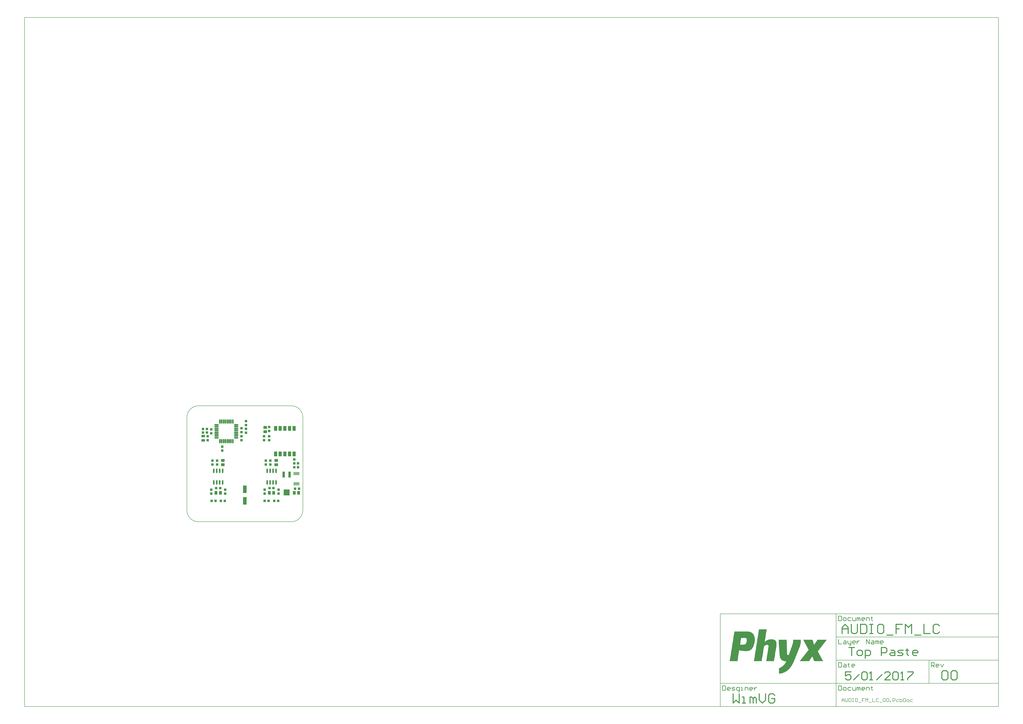
<source format=gtp>
G04 Layer_Color=8421504*
%FSLAX25Y25*%
%MOIN*%
G70*
G01*
G75*
%ADD12C,0.01575*%
%ADD13O,0.07677X0.02362*%
%ADD14O,0.02362X0.07677*%
%ADD15O,0.02362X0.07874*%
%ADD17R,0.03937X0.04331*%
%ADD18R,0.04331X0.03937*%
%ADD19R,0.05118X0.05906*%
%ADD20R,0.01181X0.05709*%
%ADD21R,0.05906X0.03937*%
%ADD22R,0.05906X0.05118*%
%ADD23R,0.09843X0.09843*%
%ADD24R,0.03937X0.09843*%
%ADD25R,0.06299X0.12598*%
%ADD26R,0.05512X0.07874*%
%ADD27C,0.00787*%
%ADD33C,0.00591*%
%ADD34C,0.00984*%
G36*
X1086432Y-200414D02*
X1086145D01*
Y-200700D01*
X1085859D01*
Y-200987D01*
Y-201273D01*
X1085573D01*
Y-201559D01*
X1085286D01*
Y-201846D01*
X1085000D01*
Y-202132D01*
Y-202418D01*
X1084714D01*
Y-202704D01*
X1084427D01*
Y-202991D01*
X1084141D01*
Y-203277D01*
X1083855D01*
Y-203563D01*
Y-203850D01*
X1083568D01*
Y-204136D01*
X1083282D01*
Y-204422D01*
X1082996D01*
Y-204709D01*
Y-204995D01*
X1082710D01*
Y-205281D01*
X1082423D01*
Y-205568D01*
X1082137D01*
Y-205854D01*
X1081851D01*
Y-206140D01*
Y-206427D01*
X1081564D01*
Y-206713D01*
X1081278D01*
Y-206999D01*
X1080992D01*
Y-207285D01*
Y-207572D01*
X1080705D01*
Y-207858D01*
X1080419D01*
Y-208144D01*
X1080133D01*
Y-208431D01*
Y-208717D01*
X1079846D01*
Y-209003D01*
X1079560D01*
Y-209290D01*
X1079274D01*
Y-209576D01*
X1078988D01*
Y-209862D01*
Y-210149D01*
X1078701D01*
Y-210435D01*
X1078415D01*
Y-210721D01*
X1078129D01*
Y-211007D01*
Y-211294D01*
X1077842D01*
Y-211580D01*
X1077556D01*
Y-211866D01*
X1077270D01*
Y-212153D01*
Y-212439D01*
X1076983D01*
Y-212725D01*
X1076697D01*
Y-213012D01*
X1076411D01*
Y-213298D01*
X1076124D01*
Y-213584D01*
Y-213871D01*
X1075838D01*
Y-214157D01*
X1075552D01*
Y-214443D01*
X1075265D01*
Y-214730D01*
Y-215016D01*
X1074979D01*
Y-215302D01*
X1074693D01*
Y-215588D01*
X1074407D01*
Y-215875D01*
Y-216161D01*
X1074120D01*
Y-216447D01*
X1073834D01*
Y-216734D01*
X1073548D01*
Y-217020D01*
X1073261D01*
Y-217306D01*
Y-217593D01*
X1072975D01*
Y-217879D01*
X1072689D01*
Y-218165D01*
X1072402D01*
Y-218452D01*
Y-218738D01*
X1072116D01*
Y-219024D01*
X1071830D01*
Y-219311D01*
X1071543D01*
Y-219597D01*
X1071257D01*
Y-219883D01*
Y-220169D01*
X1071543D01*
Y-220456D01*
Y-220742D01*
X1071830D01*
Y-221028D01*
Y-221315D01*
X1072116D01*
Y-221601D01*
X1072402D01*
Y-221887D01*
Y-222174D01*
X1072689D01*
Y-222460D01*
Y-222746D01*
X1072975D01*
Y-223033D01*
Y-223319D01*
X1073261D01*
Y-223605D01*
Y-223892D01*
X1073548D01*
Y-224178D01*
Y-224464D01*
X1073834D01*
Y-224750D01*
Y-225037D01*
X1074120D01*
Y-225323D01*
Y-225609D01*
X1074407D01*
Y-225896D01*
Y-226182D01*
X1074693D01*
Y-226468D01*
X1074979D01*
Y-226755D01*
Y-227041D01*
X1075265D01*
Y-227327D01*
Y-227614D01*
X1075552D01*
Y-227900D01*
Y-228186D01*
X1075838D01*
Y-228473D01*
Y-228759D01*
X1076124D01*
Y-229045D01*
Y-229331D01*
X1076411D01*
Y-229618D01*
Y-229904D01*
X1076697D01*
Y-230190D01*
Y-230477D01*
X1076983D01*
Y-230763D01*
X1077270D01*
Y-231049D01*
Y-231336D01*
X1077556D01*
Y-231622D01*
Y-231908D01*
X1077842D01*
Y-232195D01*
Y-232481D01*
X1078129D01*
Y-232767D01*
Y-233054D01*
X1078415D01*
Y-233340D01*
Y-233626D01*
X1078701D01*
Y-233912D01*
Y-234199D01*
X1078988D01*
Y-234485D01*
Y-234771D01*
X1079274D01*
Y-235058D01*
X1079560D01*
Y-235344D01*
Y-235630D01*
X1079846D01*
Y-235917D01*
Y-236203D01*
X1080133D01*
Y-236489D01*
X1064958D01*
Y-236203D01*
X1064672D01*
Y-235917D01*
Y-235630D01*
Y-235344D01*
X1064386D01*
Y-235058D01*
Y-234771D01*
Y-234485D01*
X1064099D01*
Y-234199D01*
Y-233912D01*
X1063813D01*
Y-233626D01*
Y-233340D01*
Y-233054D01*
X1063527D01*
Y-232767D01*
Y-232481D01*
Y-232195D01*
X1063240D01*
Y-231908D01*
Y-231622D01*
X1062954D01*
Y-231336D01*
Y-231049D01*
Y-230763D01*
X1062668D01*
Y-230477D01*
Y-230190D01*
Y-229904D01*
X1062381D01*
Y-229618D01*
Y-229331D01*
Y-229045D01*
X1062095D01*
Y-228759D01*
X1061522D01*
Y-229045D01*
Y-229331D01*
X1061236D01*
Y-229618D01*
X1060950D01*
Y-229904D01*
Y-230190D01*
X1060664D01*
Y-230477D01*
X1060377D01*
Y-230763D01*
Y-231049D01*
X1060091D01*
Y-231336D01*
X1059805D01*
Y-231622D01*
Y-231908D01*
X1059518D01*
Y-232195D01*
X1059232D01*
Y-232481D01*
X1058946D01*
Y-232767D01*
Y-233054D01*
X1058659D01*
Y-233340D01*
X1058373D01*
Y-233626D01*
Y-233912D01*
X1058087D01*
Y-234199D01*
X1057800D01*
Y-234485D01*
Y-234771D01*
X1057514D01*
Y-235058D01*
X1057228D01*
Y-235344D01*
Y-235630D01*
X1056941D01*
Y-235917D01*
X1056655D01*
Y-236203D01*
Y-236489D01*
X1040622D01*
Y-236203D01*
X1040908D01*
Y-235917D01*
X1041194D01*
Y-235630D01*
X1041481D01*
Y-235344D01*
X1041767D01*
Y-235058D01*
Y-234771D01*
X1042053D01*
Y-234485D01*
X1042340D01*
Y-234199D01*
X1042626D01*
Y-233912D01*
X1042912D01*
Y-233626D01*
Y-233340D01*
X1043198D01*
Y-233054D01*
X1043485D01*
Y-232767D01*
X1043771D01*
Y-232481D01*
Y-232195D01*
X1044057D01*
Y-231908D01*
X1044344D01*
Y-231622D01*
X1044630D01*
Y-231336D01*
X1044916D01*
Y-231049D01*
Y-230763D01*
X1045203D01*
Y-230477D01*
X1045489D01*
Y-230190D01*
X1045775D01*
Y-229904D01*
X1046062D01*
Y-229618D01*
Y-229331D01*
X1046348D01*
Y-229045D01*
X1046634D01*
Y-228759D01*
X1046920D01*
Y-228473D01*
Y-228186D01*
X1047207D01*
Y-227900D01*
X1047493D01*
Y-227614D01*
X1047779D01*
Y-227327D01*
X1048066D01*
Y-227041D01*
Y-226755D01*
X1048352D01*
Y-226468D01*
X1048638D01*
Y-226182D01*
X1048925D01*
Y-225896D01*
Y-225609D01*
X1049211D01*
Y-225323D01*
X1049497D01*
Y-225037D01*
X1049784D01*
Y-224750D01*
X1050070D01*
Y-224464D01*
Y-224178D01*
X1050356D01*
Y-223892D01*
X1050642D01*
Y-223605D01*
X1050929D01*
Y-223319D01*
Y-223033D01*
X1051215D01*
Y-222746D01*
X1051501D01*
Y-222460D01*
X1051788D01*
Y-222174D01*
X1052074D01*
Y-221887D01*
Y-221601D01*
X1052360D01*
Y-221315D01*
X1052647D01*
Y-221028D01*
X1052933D01*
Y-220742D01*
X1053219D01*
Y-220456D01*
Y-220169D01*
X1053506D01*
Y-219883D01*
X1053792D01*
Y-219597D01*
X1054078D01*
Y-219311D01*
Y-219024D01*
X1054365D01*
Y-218738D01*
X1054651D01*
Y-218452D01*
X1054937D01*
Y-218165D01*
X1055223D01*
Y-217879D01*
Y-217593D01*
X1055510D01*
Y-217306D01*
Y-217020D01*
Y-216734D01*
X1055223D01*
Y-216447D01*
X1054937D01*
Y-216161D01*
Y-215875D01*
X1054651D01*
Y-215588D01*
Y-215302D01*
X1054365D01*
Y-215016D01*
Y-214730D01*
X1054078D01*
Y-214443D01*
Y-214157D01*
X1053792D01*
Y-213871D01*
Y-213584D01*
X1053506D01*
Y-213298D01*
Y-213012D01*
X1053219D01*
Y-212725D01*
X1052933D01*
Y-212439D01*
Y-212153D01*
X1052647D01*
Y-211866D01*
Y-211580D01*
X1052360D01*
Y-211294D01*
Y-211007D01*
X1052074D01*
Y-210721D01*
Y-210435D01*
X1051788D01*
Y-210149D01*
Y-209862D01*
X1051501D01*
Y-209576D01*
Y-209290D01*
X1051215D01*
Y-209003D01*
X1050929D01*
Y-208717D01*
Y-208431D01*
X1050642D01*
Y-208144D01*
Y-207858D01*
X1050356D01*
Y-207572D01*
Y-207285D01*
X1050070D01*
Y-206999D01*
Y-206713D01*
X1049784D01*
Y-206427D01*
Y-206140D01*
X1049497D01*
Y-205854D01*
Y-205568D01*
X1049211D01*
Y-205281D01*
Y-204995D01*
X1048925D01*
Y-204709D01*
X1048638D01*
Y-204422D01*
Y-204136D01*
X1048352D01*
Y-203850D01*
Y-203563D01*
X1048066D01*
Y-203277D01*
Y-202991D01*
X1047779D01*
Y-202704D01*
Y-202418D01*
X1047493D01*
Y-202132D01*
Y-201846D01*
X1047207D01*
Y-201559D01*
Y-201273D01*
X1046920D01*
Y-200987D01*
X1046634D01*
Y-200700D01*
Y-200414D01*
X1046348D01*
Y-200128D01*
X1062095D01*
Y-200414D01*
X1062381D01*
Y-200700D01*
Y-200987D01*
Y-201273D01*
X1062668D01*
Y-201559D01*
Y-201846D01*
Y-202132D01*
X1062954D01*
Y-202418D01*
Y-202704D01*
Y-202991D01*
X1063240D01*
Y-203277D01*
Y-203563D01*
Y-203850D01*
X1063527D01*
Y-204136D01*
Y-204422D01*
Y-204709D01*
X1063813D01*
Y-204995D01*
Y-205281D01*
Y-205568D01*
X1064099D01*
Y-205854D01*
Y-206140D01*
Y-206427D01*
X1064386D01*
Y-206713D01*
Y-206999D01*
Y-207285D01*
X1064672D01*
Y-207572D01*
Y-207858D01*
Y-208144D01*
Y-208431D01*
X1065244D01*
Y-208144D01*
X1065531D01*
Y-207858D01*
X1065817D01*
Y-207572D01*
Y-207285D01*
X1066103D01*
Y-206999D01*
X1066390D01*
Y-206713D01*
Y-206427D01*
X1066676D01*
Y-206140D01*
X1066962D01*
Y-205854D01*
Y-205568D01*
X1067249D01*
Y-205281D01*
X1067535D01*
Y-204995D01*
Y-204709D01*
X1067821D01*
Y-204422D01*
X1068108D01*
Y-204136D01*
Y-203850D01*
X1068394D01*
Y-203563D01*
X1068680D01*
Y-203277D01*
Y-202991D01*
X1068966D01*
Y-202704D01*
X1069253D01*
Y-202418D01*
Y-202132D01*
X1069539D01*
Y-201846D01*
X1069825D01*
Y-201559D01*
Y-201273D01*
X1070112D01*
Y-200987D01*
X1070398D01*
Y-200700D01*
Y-200414D01*
X1070684D01*
Y-200128D01*
X1086432D01*
Y-200414D01*
D02*
G37*
G36*
X953296Y-186385D02*
X955014D01*
Y-186671D01*
X955873D01*
Y-186957D01*
X956732D01*
Y-187243D01*
X957591D01*
Y-187530D01*
X958164D01*
Y-187816D01*
X958450D01*
Y-188102D01*
X959022D01*
Y-188389D01*
X959309D01*
Y-188675D01*
X959881D01*
Y-188961D01*
X960168D01*
Y-189248D01*
X960454D01*
Y-189534D01*
X960740D01*
Y-189820D01*
X961027D01*
Y-190107D01*
X961313D01*
Y-190393D01*
X961599D01*
Y-190679D01*
Y-190966D01*
X961886D01*
Y-191252D01*
X962172D01*
Y-191538D01*
Y-191824D01*
X962458D01*
Y-192111D01*
X962745D01*
Y-192397D01*
Y-192683D01*
X963031D01*
Y-192970D01*
Y-193256D01*
Y-193542D01*
X963317D01*
Y-193829D01*
Y-194115D01*
Y-194401D01*
X963603D01*
Y-194688D01*
Y-194974D01*
Y-195260D01*
Y-195547D01*
X963890D01*
Y-195833D01*
Y-196119D01*
Y-196405D01*
Y-196692D01*
Y-196978D01*
X964176D01*
Y-197265D01*
Y-197551D01*
Y-197837D01*
Y-198123D01*
Y-198410D01*
Y-198696D01*
Y-198982D01*
Y-199269D01*
Y-199555D01*
Y-199841D01*
Y-200128D01*
Y-200414D01*
Y-200700D01*
Y-200987D01*
Y-201273D01*
Y-201559D01*
Y-201846D01*
Y-202132D01*
Y-202418D01*
Y-202704D01*
X963890D01*
Y-202991D01*
Y-203277D01*
Y-203563D01*
Y-203850D01*
Y-204136D01*
Y-204422D01*
Y-204709D01*
X963603D01*
Y-204995D01*
Y-205281D01*
Y-205568D01*
Y-205854D01*
Y-206140D01*
X963317D01*
Y-206427D01*
Y-206713D01*
Y-206999D01*
Y-207285D01*
Y-207572D01*
X963031D01*
Y-207858D01*
Y-208144D01*
Y-208431D01*
X962745D01*
Y-208717D01*
Y-209003D01*
Y-209290D01*
Y-209576D01*
X962458D01*
Y-209862D01*
Y-210149D01*
Y-210435D01*
X962172D01*
Y-210721D01*
Y-211007D01*
X961886D01*
Y-211294D01*
Y-211580D01*
Y-211866D01*
X961599D01*
Y-212153D01*
Y-212439D01*
X961313D01*
Y-212725D01*
Y-213012D01*
X961027D01*
Y-213298D01*
Y-213584D01*
X960740D01*
Y-213871D01*
X960454D01*
Y-214157D01*
Y-214443D01*
X960168D01*
Y-214730D01*
X959881D01*
Y-215016D01*
X959595D01*
Y-215302D01*
Y-215588D01*
X959309D01*
Y-215875D01*
X959022D01*
Y-216161D01*
X958736D01*
Y-216447D01*
X958450D01*
Y-216734D01*
X958164D01*
Y-217020D01*
X957591D01*
Y-217306D01*
X957304D01*
Y-217593D01*
X956732D01*
Y-217879D01*
X956446D01*
Y-218165D01*
X955873D01*
Y-218452D01*
X955014D01*
Y-218738D01*
X954155D01*
Y-219024D01*
X953296D01*
Y-219311D01*
X951578D01*
Y-219597D01*
X946425D01*
Y-219311D01*
X943848D01*
Y-219024D01*
X941844D01*
Y-218738D01*
X940412D01*
Y-218452D01*
X938980D01*
Y-218165D01*
X937549D01*
Y-218452D01*
Y-218738D01*
Y-219024D01*
Y-219311D01*
Y-219597D01*
Y-219883D01*
Y-220169D01*
X937263D01*
Y-220456D01*
Y-220742D01*
Y-221028D01*
Y-221315D01*
Y-221601D01*
Y-221887D01*
X936976D01*
Y-222174D01*
Y-222460D01*
Y-222746D01*
Y-223033D01*
Y-223319D01*
Y-223605D01*
X936690D01*
Y-223892D01*
Y-224178D01*
Y-224464D01*
Y-224750D01*
Y-225037D01*
Y-225323D01*
Y-225609D01*
X936404D01*
Y-225896D01*
Y-226182D01*
Y-226468D01*
Y-226755D01*
Y-227041D01*
Y-227327D01*
X936117D01*
Y-227614D01*
Y-227900D01*
Y-228186D01*
Y-228473D01*
Y-228759D01*
Y-229045D01*
X935831D01*
Y-229331D01*
Y-229618D01*
Y-229904D01*
Y-230190D01*
Y-230477D01*
Y-230763D01*
Y-231049D01*
X935545D01*
Y-231336D01*
Y-231622D01*
Y-231908D01*
Y-232195D01*
Y-232481D01*
Y-232767D01*
X935258D01*
Y-233054D01*
Y-233340D01*
Y-233626D01*
Y-233912D01*
Y-234199D01*
Y-234485D01*
X934972D01*
Y-234771D01*
Y-235058D01*
Y-235344D01*
Y-235630D01*
Y-235917D01*
Y-236203D01*
Y-236489D01*
X921515D01*
Y-236203D01*
X921802D01*
Y-235917D01*
Y-235630D01*
Y-235344D01*
Y-235058D01*
Y-234771D01*
X922088D01*
Y-234485D01*
Y-234199D01*
Y-233912D01*
Y-233626D01*
Y-233340D01*
Y-233054D01*
Y-232767D01*
X922374D01*
Y-232481D01*
Y-232195D01*
Y-231908D01*
Y-231622D01*
Y-231336D01*
Y-231049D01*
X922661D01*
Y-230763D01*
Y-230477D01*
Y-230190D01*
Y-229904D01*
Y-229618D01*
Y-229331D01*
X922947D01*
Y-229045D01*
Y-228759D01*
Y-228473D01*
Y-228186D01*
Y-227900D01*
Y-227614D01*
Y-227327D01*
X923233D01*
Y-227041D01*
Y-226755D01*
Y-226468D01*
Y-226182D01*
Y-225896D01*
Y-225609D01*
X923520D01*
Y-225323D01*
Y-225037D01*
Y-224750D01*
Y-224464D01*
Y-224178D01*
Y-223892D01*
X923806D01*
Y-223605D01*
Y-223319D01*
Y-223033D01*
Y-222746D01*
Y-222460D01*
Y-222174D01*
X924092D01*
Y-221887D01*
Y-221601D01*
Y-221315D01*
Y-221028D01*
Y-220742D01*
Y-220456D01*
Y-220169D01*
X924379D01*
Y-219883D01*
Y-219597D01*
Y-219311D01*
Y-219024D01*
Y-218738D01*
Y-218452D01*
X924665D01*
Y-218165D01*
Y-217879D01*
Y-217593D01*
Y-217306D01*
Y-217020D01*
Y-216734D01*
X924951D01*
Y-216447D01*
Y-216161D01*
Y-215875D01*
Y-215588D01*
Y-215302D01*
Y-215016D01*
X925237D01*
Y-214730D01*
Y-214443D01*
Y-214157D01*
Y-213871D01*
Y-213584D01*
Y-213298D01*
Y-213012D01*
X925524D01*
Y-212725D01*
Y-212439D01*
Y-212153D01*
Y-211866D01*
Y-211580D01*
Y-211294D01*
X925810D01*
Y-211007D01*
Y-210721D01*
Y-210435D01*
Y-210149D01*
Y-209862D01*
Y-209576D01*
X926096D01*
Y-209290D01*
Y-209003D01*
Y-208717D01*
Y-208431D01*
Y-208144D01*
Y-207858D01*
Y-207572D01*
X926383D01*
Y-207285D01*
Y-206999D01*
Y-206713D01*
Y-206427D01*
Y-206140D01*
Y-205854D01*
X926669D01*
Y-205568D01*
Y-205281D01*
Y-204995D01*
Y-204709D01*
Y-204422D01*
Y-204136D01*
X926955D01*
Y-203850D01*
Y-203563D01*
Y-203277D01*
Y-202991D01*
Y-202704D01*
Y-202418D01*
X927242D01*
Y-202132D01*
Y-201846D01*
Y-201559D01*
Y-201273D01*
Y-200987D01*
Y-200700D01*
Y-200414D01*
X927528D01*
Y-200128D01*
Y-199841D01*
Y-199555D01*
Y-199269D01*
Y-198982D01*
Y-198696D01*
X927814D01*
Y-198410D01*
Y-198123D01*
Y-197837D01*
Y-197551D01*
Y-197265D01*
Y-196978D01*
X928101D01*
Y-196692D01*
Y-196405D01*
Y-196119D01*
Y-195833D01*
Y-195547D01*
Y-195260D01*
Y-194974D01*
X928387D01*
Y-194688D01*
Y-194401D01*
Y-194115D01*
Y-193829D01*
Y-193542D01*
Y-193256D01*
X928673D01*
Y-192970D01*
Y-192683D01*
Y-192397D01*
Y-192111D01*
Y-191824D01*
Y-191538D01*
X928960D01*
Y-191252D01*
Y-190966D01*
Y-190679D01*
Y-190393D01*
Y-190107D01*
Y-189820D01*
Y-189534D01*
X929246D01*
Y-189248D01*
Y-188961D01*
Y-188675D01*
Y-188389D01*
Y-188102D01*
Y-187816D01*
X929532D01*
Y-187530D01*
Y-187243D01*
Y-186957D01*
Y-186671D01*
Y-186385D01*
Y-186098D01*
X953296D01*
Y-186385D01*
D02*
G37*
G36*
X1042340Y-200414D02*
Y-200700D01*
Y-200987D01*
Y-201273D01*
Y-201559D01*
Y-201846D01*
Y-202132D01*
Y-202418D01*
Y-202704D01*
Y-202991D01*
Y-203277D01*
Y-203563D01*
Y-203850D01*
Y-204136D01*
Y-204422D01*
Y-204709D01*
Y-204995D01*
Y-205281D01*
Y-205568D01*
Y-205854D01*
Y-206140D01*
X1042053D01*
Y-206427D01*
Y-206713D01*
Y-206999D01*
Y-207285D01*
Y-207572D01*
X1041767D01*
Y-207858D01*
Y-208144D01*
Y-208431D01*
Y-208717D01*
X1041481D01*
Y-209003D01*
Y-209290D01*
Y-209576D01*
Y-209862D01*
X1041194D01*
Y-210149D01*
Y-210435D01*
Y-210721D01*
X1040908D01*
Y-211007D01*
Y-211294D01*
Y-211580D01*
X1040622D01*
Y-211866D01*
Y-212153D01*
Y-212439D01*
X1040335D01*
Y-212725D01*
Y-213012D01*
Y-213298D01*
X1040049D01*
Y-213584D01*
Y-213871D01*
X1039763D01*
Y-214157D01*
Y-214443D01*
X1039476D01*
Y-214730D01*
Y-215016D01*
Y-215302D01*
X1039190D01*
Y-215588D01*
Y-215875D01*
X1038904D01*
Y-216161D01*
Y-216447D01*
Y-216734D01*
X1038617D01*
Y-217020D01*
Y-217306D01*
X1038331D01*
Y-217593D01*
Y-217879D01*
Y-218165D01*
X1038045D01*
Y-218452D01*
Y-218738D01*
X1037758D01*
Y-219024D01*
Y-219311D01*
Y-219597D01*
X1037472D01*
Y-219883D01*
Y-220169D01*
X1037186D01*
Y-220456D01*
Y-220742D01*
Y-221028D01*
X1036899D01*
Y-221315D01*
Y-221601D01*
X1036613D01*
Y-221887D01*
Y-222174D01*
Y-222460D01*
X1036327D01*
Y-222746D01*
Y-223033D01*
X1036041D01*
Y-223319D01*
Y-223605D01*
Y-223892D01*
X1035754D01*
Y-224178D01*
Y-224464D01*
X1035468D01*
Y-224750D01*
Y-225037D01*
Y-225323D01*
X1035182D01*
Y-225609D01*
Y-225896D01*
X1034895D01*
Y-226182D01*
Y-226468D01*
Y-226755D01*
X1034609D01*
Y-227041D01*
Y-227327D01*
X1034323D01*
Y-227614D01*
Y-227900D01*
Y-228186D01*
X1034036D01*
Y-228473D01*
Y-228759D01*
X1033750D01*
Y-229045D01*
Y-229331D01*
Y-229618D01*
X1033464D01*
Y-229904D01*
Y-230190D01*
X1033177D01*
Y-230477D01*
Y-230763D01*
Y-231049D01*
X1032891D01*
Y-231336D01*
Y-231622D01*
X1032605D01*
Y-231908D01*
Y-232195D01*
Y-232481D01*
X1032318D01*
Y-232767D01*
Y-233054D01*
X1032032D01*
Y-233340D01*
Y-233626D01*
Y-233912D01*
X1031746D01*
Y-234199D01*
Y-234485D01*
X1031460D01*
Y-234771D01*
Y-235058D01*
Y-235344D01*
X1031173D01*
Y-235630D01*
Y-235917D01*
X1030887D01*
Y-236203D01*
Y-236489D01*
Y-236776D01*
X1030601D01*
Y-237062D01*
Y-237348D01*
X1030314D01*
Y-237635D01*
Y-237921D01*
X1030028D01*
Y-238207D01*
Y-238493D01*
X1029742D01*
Y-238780D01*
Y-239066D01*
Y-239352D01*
X1029455D01*
Y-239639D01*
X1029169D01*
Y-239925D01*
Y-240211D01*
Y-240498D01*
X1028883D01*
Y-240784D01*
X1028596D01*
Y-241070D01*
Y-241357D01*
X1028310D01*
Y-241643D01*
Y-241929D01*
X1028024D01*
Y-242216D01*
Y-242502D01*
X1027738D01*
Y-242788D01*
Y-243074D01*
X1027451D01*
Y-243361D01*
X1027165D01*
Y-243647D01*
Y-243934D01*
X1026879D01*
Y-244220D01*
Y-244506D01*
X1026592D01*
Y-244792D01*
X1026306D01*
Y-245079D01*
X1026020D01*
Y-245365D01*
Y-245651D01*
X1025733D01*
Y-245938D01*
X1025447D01*
Y-246224D01*
Y-246510D01*
X1025161D01*
Y-246797D01*
X1024874D01*
Y-247083D01*
X1024588D01*
Y-247369D01*
Y-247656D01*
X1024302D01*
Y-247942D01*
X1024015D01*
Y-248228D01*
X1023729D01*
Y-248515D01*
X1023443D01*
Y-248801D01*
X1023157D01*
Y-249087D01*
Y-249373D01*
X1022870D01*
Y-249660D01*
X1022584D01*
Y-249946D01*
X1022298D01*
Y-250232D01*
X1022011D01*
Y-250519D01*
X1021725D01*
Y-250805D01*
X1021439D01*
Y-251091D01*
X1021152D01*
Y-251378D01*
X1020580D01*
Y-251664D01*
X1020293D01*
Y-251950D01*
X1020007D01*
Y-252237D01*
X1019721D01*
Y-252523D01*
X1019434D01*
Y-252809D01*
X1018862D01*
Y-253096D01*
X1018575D01*
Y-253382D01*
X1018003D01*
Y-253668D01*
X1017717D01*
Y-253954D01*
X1017144D01*
Y-254241D01*
X1016858D01*
Y-254527D01*
X1016285D01*
Y-254813D01*
X1015712D01*
Y-255100D01*
X1015140D01*
Y-255386D01*
X1014567D01*
Y-255672D01*
X1013995D01*
Y-255959D01*
X1013136D01*
Y-256245D01*
X1012563D01*
Y-256531D01*
X1011704D01*
Y-256818D01*
X1010559D01*
Y-257104D01*
X1009414D01*
Y-257390D01*
X1007696D01*
Y-257677D01*
X1005691D01*
Y-257963D01*
X1005405D01*
Y-257677D01*
Y-257390D01*
Y-257104D01*
Y-256818D01*
Y-256531D01*
Y-256245D01*
Y-255959D01*
Y-255672D01*
Y-255386D01*
Y-255100D01*
Y-254813D01*
Y-254527D01*
Y-254241D01*
Y-253954D01*
Y-253668D01*
Y-253382D01*
Y-253096D01*
Y-252809D01*
Y-252523D01*
Y-252237D01*
Y-251950D01*
Y-251664D01*
Y-251378D01*
Y-251091D01*
Y-250805D01*
Y-250519D01*
Y-250232D01*
Y-249946D01*
Y-249660D01*
Y-249373D01*
Y-249087D01*
Y-248801D01*
Y-248515D01*
X1005978D01*
Y-248228D01*
X1006550D01*
Y-247942D01*
X1007123D01*
Y-247656D01*
X1007696D01*
Y-247369D01*
X1008268D01*
Y-247083D01*
X1008841D01*
Y-246797D01*
X1009127D01*
Y-246510D01*
X1009700D01*
Y-246224D01*
X1009986D01*
Y-245938D01*
X1010559D01*
Y-245651D01*
X1010845D01*
Y-245365D01*
X1011131D01*
Y-245079D01*
X1011704D01*
Y-244792D01*
X1011990D01*
Y-244506D01*
X1012277D01*
Y-244220D01*
X1012563D01*
Y-243934D01*
X1012849D01*
Y-243647D01*
X1013136D01*
Y-243361D01*
X1013422D01*
Y-243074D01*
X1013708D01*
Y-242788D01*
X1013995D01*
Y-242502D01*
X1014281D01*
Y-242216D01*
X1014567D01*
Y-241929D01*
X1014853D01*
Y-241643D01*
Y-241357D01*
X1015140D01*
Y-241070D01*
X1015426D01*
Y-240784D01*
X1015712D01*
Y-240498D01*
Y-240211D01*
X1015999D01*
Y-239925D01*
X1016285D01*
Y-239639D01*
Y-239352D01*
X1016571D01*
Y-239066D01*
Y-238780D01*
X1016858D01*
Y-238493D01*
X1017144D01*
Y-238207D01*
Y-237921D01*
X1017430D01*
Y-237635D01*
Y-237348D01*
X1017717D01*
Y-237062D01*
Y-236776D01*
X1015999D01*
Y-236489D01*
X1013995D01*
Y-236203D01*
X1012849D01*
Y-235917D01*
X1012277D01*
Y-235630D01*
X1011418D01*
Y-235344D01*
X1010845D01*
Y-235058D01*
X1010559D01*
Y-234771D01*
X1009986D01*
Y-234485D01*
X1009700D01*
Y-234199D01*
X1009414D01*
Y-233912D01*
X1009127D01*
Y-233626D01*
X1008841D01*
Y-233340D01*
X1008554D01*
Y-233054D01*
Y-232767D01*
X1008268D01*
Y-232481D01*
X1007982D01*
Y-232195D01*
Y-231908D01*
X1007696D01*
Y-231622D01*
Y-231336D01*
X1007409D01*
Y-231049D01*
Y-230763D01*
X1007123D01*
Y-230477D01*
Y-230190D01*
Y-229904D01*
X1006837D01*
Y-229618D01*
Y-229331D01*
Y-229045D01*
Y-228759D01*
X1006550D01*
Y-228473D01*
Y-228186D01*
Y-227900D01*
Y-227614D01*
Y-227327D01*
Y-227041D01*
Y-226755D01*
X1006264D01*
Y-226468D01*
Y-226182D01*
Y-225896D01*
Y-225609D01*
Y-225323D01*
Y-225037D01*
Y-224750D01*
Y-224464D01*
Y-224178D01*
Y-223892D01*
Y-223605D01*
Y-223319D01*
Y-223033D01*
Y-222746D01*
Y-222460D01*
X1005978D01*
Y-222174D01*
Y-221887D01*
Y-221601D01*
Y-221315D01*
Y-221028D01*
Y-220742D01*
Y-220456D01*
Y-220169D01*
Y-219883D01*
Y-219597D01*
Y-219311D01*
Y-219024D01*
Y-218738D01*
Y-218452D01*
Y-218165D01*
X1005691D01*
Y-217879D01*
Y-217593D01*
Y-217306D01*
Y-217020D01*
Y-216734D01*
Y-216447D01*
Y-216161D01*
Y-215875D01*
Y-215588D01*
Y-215302D01*
Y-215016D01*
Y-214730D01*
Y-214443D01*
Y-214157D01*
Y-213871D01*
Y-213584D01*
X1005405D01*
Y-213298D01*
Y-213012D01*
Y-212725D01*
Y-212439D01*
Y-212153D01*
Y-211866D01*
Y-211580D01*
Y-211294D01*
Y-211007D01*
Y-210721D01*
Y-210435D01*
Y-210149D01*
Y-209862D01*
Y-209576D01*
Y-209290D01*
Y-209003D01*
X1005119D01*
Y-208717D01*
Y-208431D01*
Y-208144D01*
Y-207858D01*
Y-207572D01*
Y-207285D01*
Y-206999D01*
Y-206713D01*
Y-206427D01*
Y-206140D01*
Y-205854D01*
Y-205568D01*
Y-205281D01*
Y-204995D01*
X1004832D01*
Y-204709D01*
Y-204422D01*
Y-204136D01*
Y-203850D01*
Y-203563D01*
Y-203277D01*
Y-202991D01*
Y-202704D01*
Y-202418D01*
Y-202132D01*
Y-201846D01*
Y-201559D01*
Y-201273D01*
Y-200987D01*
Y-200700D01*
Y-200414D01*
X1004546D01*
Y-200128D01*
X1018289D01*
Y-200414D01*
Y-200700D01*
Y-200987D01*
Y-201273D01*
Y-201559D01*
Y-201846D01*
Y-202132D01*
Y-202418D01*
Y-202704D01*
Y-202991D01*
Y-203277D01*
Y-203563D01*
Y-203850D01*
Y-204136D01*
X1018575D01*
Y-204422D01*
Y-204709D01*
Y-204995D01*
Y-205281D01*
Y-205568D01*
Y-205854D01*
Y-206140D01*
Y-206427D01*
Y-206713D01*
Y-206999D01*
Y-207285D01*
Y-207572D01*
Y-207858D01*
Y-208144D01*
Y-208431D01*
Y-208717D01*
Y-209003D01*
Y-209290D01*
Y-209576D01*
Y-209862D01*
Y-210149D01*
Y-210435D01*
Y-210721D01*
Y-211007D01*
Y-211294D01*
Y-211580D01*
Y-211866D01*
Y-212153D01*
Y-212439D01*
Y-212725D01*
Y-213012D01*
Y-213298D01*
Y-213584D01*
Y-213871D01*
Y-214157D01*
Y-214443D01*
Y-214730D01*
Y-215016D01*
Y-215302D01*
Y-215588D01*
Y-215875D01*
X1018862D01*
Y-216161D01*
X1018575D01*
Y-216447D01*
Y-216734D01*
X1018862D01*
Y-217020D01*
Y-217306D01*
Y-217593D01*
Y-217879D01*
Y-218165D01*
Y-218452D01*
Y-218738D01*
Y-219024D01*
Y-219311D01*
Y-219597D01*
Y-219883D01*
Y-220169D01*
Y-220456D01*
Y-220742D01*
Y-221028D01*
Y-221315D01*
Y-221601D01*
Y-221887D01*
Y-222174D01*
Y-222460D01*
Y-222746D01*
Y-223033D01*
Y-223319D01*
Y-223605D01*
Y-223892D01*
Y-224178D01*
X1019148D01*
Y-224464D01*
Y-224750D01*
Y-225037D01*
X1019434D01*
Y-225323D01*
X1019721D01*
Y-225609D01*
X1020007D01*
Y-225896D01*
X1020866D01*
Y-226182D01*
X1021725D01*
Y-225896D01*
X1022011D01*
Y-225609D01*
Y-225323D01*
Y-225037D01*
X1022298D01*
Y-224750D01*
Y-224464D01*
X1022584D01*
Y-224178D01*
Y-223892D01*
Y-223605D01*
X1022870D01*
Y-223319D01*
Y-223033D01*
Y-222746D01*
X1023157D01*
Y-222460D01*
Y-222174D01*
Y-221887D01*
X1023443D01*
Y-221601D01*
Y-221315D01*
Y-221028D01*
X1023729D01*
Y-220742D01*
Y-220456D01*
X1024015D01*
Y-220169D01*
Y-219883D01*
Y-219597D01*
X1024302D01*
Y-219311D01*
Y-219024D01*
Y-218738D01*
X1024588D01*
Y-218452D01*
Y-218165D01*
Y-217879D01*
X1024874D01*
Y-217593D01*
Y-217306D01*
X1025161D01*
Y-217020D01*
Y-216734D01*
Y-216447D01*
X1025447D01*
Y-216161D01*
Y-215875D01*
Y-215588D01*
X1025733D01*
Y-215302D01*
Y-215016D01*
Y-214730D01*
X1026020D01*
Y-214443D01*
Y-214157D01*
X1026306D01*
Y-213871D01*
Y-213584D01*
Y-213298D01*
X1026592D01*
Y-213012D01*
Y-212725D01*
Y-212439D01*
X1026879D01*
Y-212153D01*
Y-211866D01*
Y-211580D01*
X1027165D01*
Y-211294D01*
Y-211007D01*
X1027451D01*
Y-210721D01*
Y-210435D01*
Y-210149D01*
X1027738D01*
Y-209862D01*
Y-209576D01*
Y-209290D01*
X1028024D01*
Y-209003D01*
Y-208717D01*
Y-208431D01*
X1028310D01*
Y-208144D01*
Y-207858D01*
Y-207572D01*
Y-207285D01*
X1028596D01*
Y-206999D01*
Y-206713D01*
Y-206427D01*
Y-206140D01*
X1028883D01*
Y-205854D01*
Y-205568D01*
Y-205281D01*
Y-204995D01*
Y-204709D01*
X1029169D01*
Y-204422D01*
Y-204136D01*
Y-203850D01*
Y-203563D01*
Y-203277D01*
Y-202991D01*
X1029455D01*
Y-202704D01*
Y-202418D01*
Y-202132D01*
Y-201846D01*
Y-201559D01*
Y-201273D01*
Y-200987D01*
Y-200700D01*
Y-200414D01*
Y-200128D01*
X1042340D01*
Y-200414D01*
D02*
G37*
G36*
X984504Y-182949D02*
Y-183235D01*
X984218D01*
Y-183521D01*
Y-183808D01*
Y-184094D01*
Y-184380D01*
Y-184667D01*
Y-184953D01*
X983932D01*
Y-185239D01*
Y-185526D01*
Y-185812D01*
Y-186098D01*
Y-186385D01*
Y-186671D01*
X983645D01*
Y-186957D01*
Y-187243D01*
Y-187530D01*
Y-187816D01*
Y-188102D01*
Y-188389D01*
Y-188675D01*
X983359D01*
Y-188961D01*
Y-189248D01*
Y-189534D01*
Y-189820D01*
Y-190107D01*
Y-190393D01*
X983073D01*
Y-190679D01*
Y-190966D01*
Y-191252D01*
Y-191538D01*
Y-191824D01*
Y-192111D01*
X982786D01*
Y-192397D01*
Y-192683D01*
Y-192970D01*
Y-193256D01*
Y-193542D01*
Y-193829D01*
Y-194115D01*
X982500D01*
Y-194401D01*
Y-194688D01*
Y-194974D01*
Y-195260D01*
Y-195547D01*
Y-195833D01*
X982214D01*
Y-196119D01*
Y-196405D01*
Y-196692D01*
Y-196978D01*
Y-197265D01*
Y-197551D01*
X981927D01*
Y-197837D01*
Y-198123D01*
Y-198410D01*
Y-198696D01*
Y-198982D01*
Y-199269D01*
X981641D01*
Y-199555D01*
Y-199841D01*
Y-200128D01*
Y-200414D01*
Y-200700D01*
Y-200987D01*
Y-201273D01*
X981355D01*
Y-201559D01*
Y-201846D01*
Y-202132D01*
Y-202418D01*
Y-202704D01*
Y-202991D01*
X981069D01*
Y-203277D01*
Y-203563D01*
X981641D01*
Y-203277D01*
X981927D01*
Y-202991D01*
X982214D01*
Y-202704D01*
X982786D01*
Y-202418D01*
X983073D01*
Y-202132D01*
X983359D01*
Y-201846D01*
X983932D01*
Y-201559D01*
X984504D01*
Y-201273D01*
X984791D01*
Y-200987D01*
X985363D01*
Y-200700D01*
X986222D01*
Y-200414D01*
X986795D01*
Y-200128D01*
X987654D01*
Y-199841D01*
X989085D01*
Y-199555D01*
X995384D01*
Y-199841D01*
X996529D01*
Y-200128D01*
X997388D01*
Y-200414D01*
X997961D01*
Y-200700D01*
X998247D01*
Y-200987D01*
X998820D01*
Y-201273D01*
X999106D01*
Y-201559D01*
X999393D01*
Y-201846D01*
X999679D01*
Y-202132D01*
X999965D01*
Y-202418D01*
Y-202704D01*
X1000251D01*
Y-202991D01*
Y-203277D01*
X1000538D01*
Y-203563D01*
Y-203850D01*
Y-204136D01*
X1000824D01*
Y-204422D01*
Y-204709D01*
Y-204995D01*
Y-205281D01*
X1001110D01*
Y-205568D01*
Y-205854D01*
Y-206140D01*
Y-206427D01*
Y-206713D01*
Y-206999D01*
Y-207285D01*
Y-207572D01*
Y-207858D01*
Y-208144D01*
Y-208431D01*
Y-208717D01*
Y-209003D01*
Y-209290D01*
Y-209576D01*
Y-209862D01*
Y-210149D01*
Y-210435D01*
X1000824D01*
Y-210721D01*
Y-211007D01*
Y-211294D01*
Y-211580D01*
Y-211866D01*
Y-212153D01*
Y-212439D01*
X1000538D01*
Y-212725D01*
Y-213012D01*
Y-213298D01*
Y-213584D01*
Y-213871D01*
Y-214157D01*
Y-214443D01*
X1000251D01*
Y-214730D01*
Y-215016D01*
Y-215302D01*
Y-215588D01*
Y-215875D01*
Y-216161D01*
X999965D01*
Y-216447D01*
Y-216734D01*
Y-217020D01*
Y-217306D01*
Y-217593D01*
Y-217879D01*
X999679D01*
Y-218165D01*
Y-218452D01*
Y-218738D01*
Y-219024D01*
Y-219311D01*
Y-219597D01*
X999393D01*
Y-219883D01*
Y-220169D01*
Y-220456D01*
Y-220742D01*
Y-221028D01*
Y-221315D01*
Y-221601D01*
X999106D01*
Y-221887D01*
Y-222174D01*
Y-222460D01*
Y-222746D01*
Y-223033D01*
Y-223319D01*
X998820D01*
Y-223605D01*
Y-223892D01*
Y-224178D01*
Y-224464D01*
Y-224750D01*
Y-225037D01*
X998534D01*
Y-225323D01*
Y-225609D01*
Y-225896D01*
Y-226182D01*
Y-226468D01*
Y-226755D01*
Y-227041D01*
X998247D01*
Y-227327D01*
Y-227614D01*
Y-227900D01*
Y-228186D01*
Y-228473D01*
Y-228759D01*
X997961D01*
Y-229045D01*
Y-229331D01*
Y-229618D01*
Y-229904D01*
Y-230190D01*
Y-230477D01*
X997675D01*
Y-230763D01*
Y-231049D01*
Y-231336D01*
Y-231622D01*
Y-231908D01*
Y-232195D01*
X997388D01*
Y-232481D01*
Y-232767D01*
Y-233054D01*
Y-233340D01*
Y-233626D01*
Y-233912D01*
Y-234199D01*
X997102D01*
Y-234485D01*
Y-234771D01*
Y-235058D01*
Y-235344D01*
Y-235630D01*
Y-235917D01*
X996816D01*
Y-236203D01*
Y-236489D01*
X983645D01*
Y-236203D01*
Y-235917D01*
X983932D01*
Y-235630D01*
Y-235344D01*
Y-235058D01*
Y-234771D01*
Y-234485D01*
Y-234199D01*
X984218D01*
Y-233912D01*
Y-233626D01*
Y-233340D01*
Y-233054D01*
Y-232767D01*
Y-232481D01*
Y-232195D01*
X984504D01*
Y-231908D01*
Y-231622D01*
Y-231336D01*
Y-231049D01*
Y-230763D01*
Y-230477D01*
X984791D01*
Y-230190D01*
Y-229904D01*
Y-229618D01*
Y-229331D01*
Y-229045D01*
Y-228759D01*
X985077D01*
Y-228473D01*
Y-228186D01*
Y-227900D01*
Y-227614D01*
Y-227327D01*
Y-227041D01*
Y-226755D01*
X985363D01*
Y-226468D01*
Y-226182D01*
Y-225896D01*
Y-225609D01*
Y-225323D01*
Y-225037D01*
X985649D01*
Y-224750D01*
Y-224464D01*
Y-224178D01*
Y-223892D01*
Y-223605D01*
Y-223319D01*
Y-223033D01*
X985936D01*
Y-222746D01*
Y-222460D01*
Y-222174D01*
Y-221887D01*
Y-221601D01*
Y-221315D01*
X986222D01*
Y-221028D01*
Y-220742D01*
Y-220456D01*
Y-220169D01*
Y-219883D01*
Y-219597D01*
X986508D01*
Y-219311D01*
Y-219024D01*
Y-218738D01*
Y-218452D01*
Y-218165D01*
Y-217879D01*
X986795D01*
Y-217593D01*
Y-217306D01*
Y-217020D01*
Y-216734D01*
Y-216447D01*
Y-216161D01*
Y-215875D01*
X987081D01*
Y-215588D01*
Y-215302D01*
Y-215016D01*
Y-214730D01*
Y-214443D01*
Y-214157D01*
X987367D01*
Y-213871D01*
Y-213584D01*
Y-213298D01*
Y-213012D01*
Y-212725D01*
Y-212439D01*
Y-212153D01*
X987654D01*
Y-211866D01*
Y-211580D01*
Y-211294D01*
Y-211007D01*
Y-210721D01*
Y-210435D01*
X987367D01*
Y-210149D01*
Y-209862D01*
X987081D01*
Y-209576D01*
X986795D01*
Y-209290D01*
X986222D01*
Y-209003D01*
X984504D01*
Y-209290D01*
X983073D01*
Y-209576D01*
X982214D01*
Y-209862D01*
X981641D01*
Y-210149D01*
X981355D01*
Y-210435D01*
X980782D01*
Y-210721D01*
X980496D01*
Y-211007D01*
X980210D01*
Y-211294D01*
Y-211580D01*
X979923D01*
Y-211866D01*
Y-212153D01*
Y-212439D01*
X979637D01*
Y-212725D01*
Y-213012D01*
Y-213298D01*
Y-213584D01*
Y-213871D01*
Y-214157D01*
X979351D01*
Y-214443D01*
Y-214730D01*
Y-215016D01*
Y-215302D01*
Y-215588D01*
Y-215875D01*
Y-216161D01*
X979064D01*
Y-216447D01*
Y-216734D01*
Y-217020D01*
Y-217306D01*
Y-217593D01*
Y-217879D01*
X978778D01*
Y-218165D01*
Y-218452D01*
Y-218738D01*
Y-219024D01*
Y-219311D01*
Y-219597D01*
X978492D01*
Y-219883D01*
Y-220169D01*
Y-220456D01*
Y-220742D01*
Y-221028D01*
Y-221315D01*
X978205D01*
Y-221601D01*
Y-221887D01*
Y-222174D01*
Y-222460D01*
Y-222746D01*
Y-223033D01*
Y-223319D01*
X977919D01*
Y-223605D01*
Y-223892D01*
Y-224178D01*
Y-224464D01*
Y-224750D01*
Y-225037D01*
X977633D01*
Y-225323D01*
Y-225609D01*
Y-225896D01*
Y-226182D01*
Y-226468D01*
Y-226755D01*
X977346D01*
Y-227041D01*
Y-227327D01*
Y-227614D01*
Y-227900D01*
Y-228186D01*
Y-228473D01*
Y-228759D01*
X977060D01*
Y-229045D01*
Y-229331D01*
Y-229618D01*
Y-229904D01*
Y-230190D01*
Y-230477D01*
X976774D01*
Y-230763D01*
Y-231049D01*
Y-231336D01*
Y-231622D01*
Y-231908D01*
Y-232195D01*
X976488D01*
Y-232481D01*
Y-232767D01*
Y-233054D01*
Y-233340D01*
Y-233626D01*
Y-233912D01*
X976201D01*
Y-234199D01*
Y-234485D01*
Y-234771D01*
Y-235058D01*
Y-235344D01*
Y-235630D01*
Y-235917D01*
X975915D01*
Y-236203D01*
Y-236489D01*
X962745D01*
Y-236203D01*
Y-235917D01*
X963031D01*
Y-235630D01*
Y-235344D01*
Y-235058D01*
Y-234771D01*
Y-234485D01*
Y-234199D01*
Y-233912D01*
X963317D01*
Y-233626D01*
Y-233340D01*
Y-233054D01*
Y-232767D01*
Y-232481D01*
Y-232195D01*
X963603D01*
Y-231908D01*
Y-231622D01*
Y-231336D01*
Y-231049D01*
Y-230763D01*
Y-230477D01*
X963890D01*
Y-230190D01*
Y-229904D01*
Y-229618D01*
Y-229331D01*
Y-229045D01*
Y-228759D01*
Y-228473D01*
X964176D01*
Y-228186D01*
Y-227900D01*
Y-227614D01*
Y-227327D01*
Y-227041D01*
Y-226755D01*
X964462D01*
Y-226468D01*
Y-226182D01*
Y-225896D01*
Y-225609D01*
Y-225323D01*
Y-225037D01*
X964749D01*
Y-224750D01*
Y-224464D01*
Y-224178D01*
Y-223892D01*
Y-223605D01*
Y-223319D01*
X965035D01*
Y-223033D01*
Y-222746D01*
Y-222460D01*
Y-222174D01*
Y-221887D01*
Y-221601D01*
Y-221315D01*
X965321D01*
Y-221028D01*
Y-220742D01*
Y-220456D01*
Y-220169D01*
Y-219883D01*
Y-219597D01*
X965608D01*
Y-219311D01*
Y-219024D01*
Y-218738D01*
Y-218452D01*
Y-218165D01*
Y-217879D01*
X965894D01*
Y-217593D01*
Y-217306D01*
Y-217020D01*
Y-216734D01*
Y-216447D01*
Y-216161D01*
Y-215875D01*
X966180D01*
Y-215588D01*
Y-215302D01*
Y-215016D01*
Y-214730D01*
Y-214443D01*
Y-214157D01*
X966467D01*
Y-213871D01*
Y-213584D01*
Y-213298D01*
Y-213012D01*
Y-212725D01*
Y-212439D01*
X966753D01*
Y-212153D01*
Y-211866D01*
Y-211580D01*
Y-211294D01*
Y-211007D01*
Y-210721D01*
X967039D01*
Y-210435D01*
Y-210149D01*
Y-209862D01*
Y-209576D01*
Y-209290D01*
Y-209003D01*
Y-208717D01*
X967325D01*
Y-208431D01*
Y-208144D01*
Y-207858D01*
Y-207572D01*
Y-207285D01*
Y-206999D01*
X967612D01*
Y-206713D01*
Y-206427D01*
Y-206140D01*
Y-205854D01*
Y-205568D01*
Y-205281D01*
X967898D01*
Y-204995D01*
Y-204709D01*
Y-204422D01*
Y-204136D01*
Y-203850D01*
Y-203563D01*
X968184D01*
Y-203277D01*
Y-202991D01*
Y-202704D01*
Y-202418D01*
Y-202132D01*
Y-201846D01*
Y-201559D01*
X968471D01*
Y-201273D01*
Y-200987D01*
Y-200700D01*
Y-200414D01*
Y-200128D01*
Y-199841D01*
X968757D01*
Y-199555D01*
Y-199269D01*
Y-198982D01*
Y-198696D01*
Y-198410D01*
Y-198123D01*
X969043D01*
Y-197837D01*
Y-197551D01*
Y-197265D01*
Y-196978D01*
Y-196692D01*
Y-196405D01*
Y-196119D01*
X969330D01*
Y-195833D01*
Y-195547D01*
Y-195260D01*
Y-194974D01*
Y-194688D01*
Y-194401D01*
X969616D01*
Y-194115D01*
Y-193829D01*
Y-193542D01*
Y-193256D01*
Y-192970D01*
Y-192683D01*
X969902D01*
Y-192397D01*
Y-192111D01*
Y-191824D01*
Y-191538D01*
Y-191252D01*
Y-190966D01*
X970189D01*
Y-190679D01*
Y-190393D01*
Y-190107D01*
Y-189820D01*
Y-189534D01*
Y-189248D01*
Y-188961D01*
X970475D01*
Y-188675D01*
Y-188389D01*
Y-188102D01*
Y-187816D01*
Y-187530D01*
Y-187243D01*
X970761D01*
Y-186957D01*
Y-186671D01*
Y-186385D01*
Y-186098D01*
Y-185812D01*
Y-185526D01*
X971048D01*
Y-185239D01*
Y-184953D01*
Y-184667D01*
Y-184380D01*
Y-184094D01*
Y-183808D01*
Y-183521D01*
X971334D01*
Y-183235D01*
Y-182949D01*
Y-182662D01*
X984504D01*
Y-182949D01*
D02*
G37*
%LPC*%
G36*
X949002Y-197265D02*
X940985D01*
Y-197551D01*
Y-197837D01*
Y-198123D01*
Y-198410D01*
Y-198696D01*
X940698D01*
Y-198982D01*
Y-199269D01*
Y-199555D01*
Y-199841D01*
Y-200128D01*
Y-200414D01*
X940412D01*
Y-200700D01*
Y-200987D01*
Y-201273D01*
Y-201559D01*
Y-201846D01*
Y-202132D01*
X940126D01*
Y-202418D01*
Y-202704D01*
Y-202991D01*
Y-203277D01*
Y-203563D01*
Y-203850D01*
X939839D01*
Y-204136D01*
Y-204422D01*
Y-204709D01*
Y-204995D01*
Y-205281D01*
Y-205568D01*
Y-205854D01*
X939553D01*
Y-206140D01*
Y-206427D01*
Y-206713D01*
Y-206999D01*
Y-207285D01*
Y-207572D01*
X939267D01*
Y-207858D01*
Y-208144D01*
Y-208431D01*
X946425D01*
Y-208144D01*
X947570D01*
Y-207858D01*
X948143D01*
Y-207572D01*
X948429D01*
Y-207285D01*
X948715D01*
Y-206999D01*
X949002D01*
Y-206713D01*
X949288D01*
Y-206427D01*
Y-206140D01*
X949574D01*
Y-205854D01*
Y-205568D01*
X949860D01*
Y-205281D01*
Y-204995D01*
X950147D01*
Y-204709D01*
Y-204422D01*
Y-204136D01*
Y-203850D01*
X950433D01*
Y-203563D01*
Y-203277D01*
Y-202991D01*
Y-202704D01*
Y-202418D01*
X950719D01*
Y-202132D01*
Y-201846D01*
Y-201559D01*
Y-201273D01*
Y-200987D01*
Y-200700D01*
Y-200414D01*
Y-200128D01*
Y-199841D01*
Y-199555D01*
Y-199269D01*
X950433D01*
Y-198982D01*
Y-198696D01*
X950147D01*
Y-198410D01*
Y-198123D01*
X949860D01*
Y-197837D01*
X949574D01*
Y-197551D01*
X949002D01*
Y-197265D01*
D02*
G37*
%LPD*%
D12*
X1124016Y-213158D02*
X1133199D01*
X1128607D01*
Y-226933D01*
X1140087D02*
X1144678D01*
X1146974Y-224637D01*
Y-220046D01*
X1144678Y-217750D01*
X1140087D01*
X1137791Y-220046D01*
Y-224637D01*
X1140087Y-226933D01*
X1151566Y-231525D02*
Y-217750D01*
X1158453D01*
X1160749Y-220046D01*
Y-224637D01*
X1158453Y-226933D01*
X1151566D01*
X1179116D02*
Y-213158D01*
X1186004D01*
X1188299Y-215454D01*
Y-220046D01*
X1186004Y-222341D01*
X1179116D01*
X1195187Y-217750D02*
X1199779D01*
X1202075Y-220046D01*
Y-226933D01*
X1195187D01*
X1192891Y-224637D01*
X1195187Y-222341D01*
X1202075D01*
X1206666Y-226933D02*
X1213554D01*
X1215850Y-224637D01*
X1213554Y-222341D01*
X1208962D01*
X1206666Y-220046D01*
X1208962Y-217750D01*
X1215850D01*
X1222737Y-215454D02*
Y-217750D01*
X1220441D01*
X1225033D01*
X1222737D01*
Y-224637D01*
X1225033Y-226933D01*
X1238808D02*
X1234216D01*
X1231921Y-224637D01*
Y-220046D01*
X1234216Y-217750D01*
X1238808D01*
X1241104Y-220046D01*
Y-222341D01*
X1231921D01*
X927165Y-291899D02*
Y-307642D01*
X932413Y-302394D01*
X937661Y-307642D01*
Y-291899D01*
X942908Y-307642D02*
X948156D01*
X945532D01*
Y-297147D01*
X942908D01*
X956027Y-307642D02*
Y-297147D01*
X958651D01*
X961275Y-299770D01*
Y-307642D01*
Y-299770D01*
X963899Y-297147D01*
X966523Y-299770D01*
Y-307642D01*
X971770Y-291899D02*
Y-302394D01*
X977018Y-307642D01*
X982266Y-302394D01*
Y-291899D01*
X998009Y-294523D02*
X995385Y-291899D01*
X990137D01*
X987513Y-294523D01*
Y-305018D01*
X990137Y-307642D01*
X995385D01*
X998009Y-305018D01*
Y-299770D01*
X992761D01*
X1281496Y-255153D02*
X1284120Y-252529D01*
X1289367D01*
X1291991Y-255153D01*
Y-265648D01*
X1289367Y-268272D01*
X1284120D01*
X1281496Y-265648D01*
Y-255153D01*
X1297239D02*
X1299863Y-252529D01*
X1305110D01*
X1307734Y-255153D01*
Y-265648D01*
X1305110Y-268272D01*
X1299863D01*
X1297239Y-265648D01*
Y-255153D01*
X1127294Y-254497D02*
X1118110D01*
Y-261384D01*
X1122702Y-259088D01*
X1124998D01*
X1127294Y-261384D01*
Y-265976D01*
X1124998Y-268272D01*
X1120406D01*
X1118110Y-265976D01*
X1131885Y-268272D02*
X1141069Y-259088D01*
X1145660Y-256792D02*
X1147956Y-254497D01*
X1152548D01*
X1154844Y-256792D01*
Y-265976D01*
X1152548Y-268272D01*
X1147956D01*
X1145660Y-265976D01*
Y-256792D01*
X1159435Y-268272D02*
X1164027D01*
X1161731D01*
Y-254497D01*
X1159435Y-256792D01*
X1170915Y-268272D02*
X1180098Y-259088D01*
X1193873Y-268272D02*
X1184690D01*
X1193873Y-259088D01*
Y-256792D01*
X1191577Y-254497D01*
X1186986D01*
X1184690Y-256792D01*
X1198465D02*
X1200761Y-254497D01*
X1205352D01*
X1207648Y-256792D01*
Y-265976D01*
X1205352Y-268272D01*
X1200761D01*
X1198465Y-265976D01*
Y-256792D01*
X1212240Y-268272D02*
X1216832D01*
X1214536D01*
Y-254497D01*
X1212240Y-256792D01*
X1223719Y-254497D02*
X1232903D01*
Y-256792D01*
X1223719Y-265976D01*
Y-268272D01*
X1112205Y-189532D02*
Y-179036D01*
X1117452Y-173789D01*
X1122700Y-179036D01*
Y-189532D01*
Y-181660D01*
X1112205D01*
X1127948Y-173789D02*
Y-186908D01*
X1130571Y-189532D01*
X1135819D01*
X1138443Y-186908D01*
Y-173789D01*
X1143691D02*
Y-189532D01*
X1151562D01*
X1154186Y-186908D01*
Y-176412D01*
X1151562Y-173789D01*
X1143691D01*
X1159433D02*
X1164681D01*
X1162057D01*
Y-189532D01*
X1159433D01*
X1164681D01*
X1180424Y-173789D02*
X1175177D01*
X1172553Y-176412D01*
Y-186908D01*
X1175177Y-189532D01*
X1180424D01*
X1183048Y-186908D01*
Y-176412D01*
X1180424Y-173789D01*
X1188296Y-192155D02*
X1198791D01*
X1214534Y-173789D02*
X1204039D01*
Y-181660D01*
X1209286D01*
X1204039D01*
Y-189532D01*
X1219781D02*
Y-173789D01*
X1225029Y-179036D01*
X1230277Y-173789D01*
Y-189532D01*
X1235524Y-192155D02*
X1246020D01*
X1251267Y-173789D02*
Y-189532D01*
X1261763D01*
X1277506Y-176412D02*
X1274882Y-173789D01*
X1269634D01*
X1267010Y-176412D01*
Y-186908D01*
X1269634Y-189532D01*
X1274882D01*
X1277506Y-186908D01*
D13*
X83661Y142520D02*
D03*
Y145669D02*
D03*
Y148819D02*
D03*
Y151969D02*
D03*
Y155118D02*
D03*
X83661Y158268D02*
D03*
Y161417D02*
D03*
X83661Y164567D02*
D03*
X50197Y164567D02*
D03*
Y161417D02*
D03*
Y158268D02*
D03*
Y155118D02*
D03*
Y151969D02*
D03*
X50197Y148819D02*
D03*
X50197Y145669D02*
D03*
Y142520D02*
D03*
D14*
X77953Y170276D02*
D03*
X74803Y170276D02*
D03*
X71653Y170276D02*
D03*
X68504D02*
D03*
X65354D02*
D03*
X62205D02*
D03*
X59055D02*
D03*
X55905D02*
D03*
Y136811D02*
D03*
X59055D02*
D03*
X62205D02*
D03*
X65354D02*
D03*
X68504D02*
D03*
X71653D02*
D03*
X74803D02*
D03*
X77953D02*
D03*
D15*
X45650Y66929D02*
D03*
X50650D02*
D03*
X55650D02*
D03*
X60650D02*
D03*
X45650Y86614D02*
D03*
X50650D02*
D03*
X55650D02*
D03*
X60650D02*
D03*
X136201Y66929D02*
D03*
X141201D02*
D03*
X146201D02*
D03*
X151201D02*
D03*
X136201Y86614D02*
D03*
X141201D02*
D03*
X146201D02*
D03*
X151201D02*
D03*
D17*
X51181Y103741D02*
D03*
Y97048D02*
D03*
X141732Y103741D02*
D03*
Y97048D02*
D03*
X64961Y47834D02*
D03*
Y54527D02*
D03*
X41339Y47834D02*
D03*
Y54527D02*
D03*
X131890Y47834D02*
D03*
Y54527D02*
D03*
X43307Y103741D02*
D03*
Y97048D02*
D03*
X133858Y103741D02*
D03*
Y97048D02*
D03*
X41338Y156890D02*
D03*
Y150197D02*
D03*
X35433Y145079D02*
D03*
Y138386D02*
D03*
X60040Y120669D02*
D03*
Y127362D02*
D03*
X100394Y163976D02*
D03*
Y170669D02*
D03*
X92519Y158859D02*
D03*
Y152166D02*
D03*
Y145079D02*
D03*
Y138386D02*
D03*
X100393Y157677D02*
D03*
Y150985D02*
D03*
X139764Y145078D02*
D03*
Y138385D02*
D03*
X130906Y145078D02*
D03*
Y138385D02*
D03*
X139763Y154134D02*
D03*
Y160827D02*
D03*
X182283Y99016D02*
D03*
Y105709D02*
D03*
X182284Y99015D02*
D03*
Y92322D02*
D03*
X188582Y92323D02*
D03*
Y99016D02*
D03*
X155512Y47834D02*
D03*
Y54527D02*
D03*
D18*
X190354Y56102D02*
D03*
X183661D02*
D03*
X154922Y35433D02*
D03*
X148229D02*
D03*
X132086Y35433D02*
D03*
X138779D02*
D03*
X41929D02*
D03*
X48622D02*
D03*
X64370Y35433D02*
D03*
X57678D02*
D03*
X49803Y57086D02*
D03*
X56496D02*
D03*
X140354Y57086D02*
D03*
X147047D02*
D03*
X27165Y157480D02*
D03*
X33858D02*
D03*
X27165Y151575D02*
D03*
X33858D02*
D03*
D19*
X182283Y49213D02*
D03*
X189764D02*
D03*
X56890D02*
D03*
X49409D02*
D03*
X147441Y49213D02*
D03*
X139961D02*
D03*
D20*
X182087Y64370D02*
D03*
X184055D02*
D03*
X186024D02*
D03*
X187992D02*
D03*
X189961D02*
D03*
Y81693D02*
D03*
X187992D02*
D03*
X186024D02*
D03*
X184055D02*
D03*
X182087D02*
D03*
D21*
X27559Y137992D02*
D03*
Y145472D02*
D03*
D22*
X132874Y160236D02*
D03*
Y152756D02*
D03*
X151575Y104134D02*
D03*
Y96653D02*
D03*
X61024Y104134D02*
D03*
Y96653D02*
D03*
D23*
X169291Y49705D02*
D03*
D24*
X164370Y80217D02*
D03*
X174213D02*
D03*
D25*
X98425Y55118D02*
D03*
Y35433D02*
D03*
D26*
X182087Y158465D02*
D03*
X174213D02*
D03*
X166339D02*
D03*
X150591Y115157D02*
D03*
Y158465D02*
D03*
X158465D02*
D03*
Y115157D02*
D03*
X166339D02*
D03*
X174213D02*
D03*
X182087D02*
D03*
D27*
X1259842Y-274177D02*
Y-234807D01*
X1102362Y-195437D02*
X1377953D01*
X1102362Y-234807D02*
X1377953D01*
X905512Y-274177D02*
X1377953D01*
X905512Y-156067D02*
X1377953D01*
X905512Y-313547D02*
Y-156067D01*
X1102362Y-313547D02*
Y-156067D01*
X-275590Y855744D02*
X1377953D01*
Y-313547D02*
Y855744D01*
X-275590Y-313547D02*
Y855744D01*
Y-313547D02*
X1377953D01*
X1112205Y-305673D02*
Y-301738D01*
X1114173Y-299770D01*
X1116140Y-301738D01*
Y-305673D01*
Y-302722D01*
X1112205D01*
X1118108Y-299770D02*
Y-304689D01*
X1119092Y-305673D01*
X1121060D01*
X1122044Y-304689D01*
Y-299770D01*
X1124012D02*
Y-305673D01*
X1126964D01*
X1127948Y-304689D01*
Y-300754D01*
X1126964Y-299770D01*
X1124012D01*
X1129916D02*
X1131883D01*
X1130900D01*
Y-305673D01*
X1129916D01*
X1131883D01*
X1137787Y-299770D02*
X1135819D01*
X1134835Y-300754D01*
Y-304689D01*
X1135819Y-305673D01*
X1137787D01*
X1138771Y-304689D01*
Y-300754D01*
X1137787Y-299770D01*
X1140739Y-306657D02*
X1144674D01*
X1150578Y-299770D02*
X1146642D01*
Y-302722D01*
X1148610D01*
X1146642D01*
Y-305673D01*
X1152546D02*
Y-299770D01*
X1154514Y-301738D01*
X1156482Y-299770D01*
Y-305673D01*
X1158450Y-306657D02*
X1162385D01*
X1164353Y-299770D02*
Y-305673D01*
X1168289D01*
X1174193Y-300754D02*
X1173209Y-299770D01*
X1171241D01*
X1170257Y-300754D01*
Y-304689D01*
X1171241Y-305673D01*
X1173209D01*
X1174193Y-304689D01*
X1176160Y-306657D02*
X1180096D01*
X1182064Y-300754D02*
X1183048Y-299770D01*
X1185016D01*
X1186000Y-300754D01*
Y-304689D01*
X1185016Y-305673D01*
X1183048D01*
X1182064Y-304689D01*
Y-300754D01*
X1187968D02*
X1188951Y-299770D01*
X1190919D01*
X1191903Y-300754D01*
Y-304689D01*
X1190919Y-305673D01*
X1188951D01*
X1187968Y-304689D01*
Y-300754D01*
X1193871Y-305673D02*
Y-304689D01*
X1194855D01*
Y-305673D01*
X1193871D01*
X1198791D02*
Y-299770D01*
X1201743D01*
X1202727Y-300754D01*
Y-302722D01*
X1201743Y-303705D01*
X1198791D01*
X1208630Y-301738D02*
X1205678D01*
X1204694Y-302722D01*
Y-304689D01*
X1205678Y-305673D01*
X1208630D01*
X1210598Y-299770D02*
Y-305673D01*
X1213550D01*
X1214534Y-304689D01*
Y-303705D01*
Y-302722D01*
X1213550Y-301738D01*
X1210598D01*
X1216502Y-299770D02*
Y-305673D01*
X1219454D01*
X1220437Y-304689D01*
Y-300754D01*
X1219454Y-299770D01*
X1216502D01*
X1223389Y-305673D02*
X1225357D01*
X1226341Y-304689D01*
Y-302722D01*
X1225357Y-301738D01*
X1223389D01*
X1222405Y-302722D01*
Y-304689D01*
X1223389Y-305673D01*
X1232245Y-301738D02*
X1229293D01*
X1228309Y-302722D01*
Y-304689D01*
X1229293Y-305673D01*
X1232245D01*
D33*
X0Y19685D02*
G03*
X19685Y0I19685J0D01*
G01*
Y196850D02*
G03*
X0Y177165I0J-19685D01*
G01*
X196850D02*
G03*
X177165Y196850I-19685J0D01*
G01*
Y0D02*
G03*
X196850Y19685I0J19685D01*
G01*
X19685Y0D02*
X177165D01*
X196850Y19685D02*
Y177165D01*
X19685Y196850D02*
X177165D01*
X0Y19685D02*
Y177165D01*
D34*
X1263780Y-246618D02*
Y-238747D01*
X1267715D01*
X1269027Y-240059D01*
Y-242682D01*
X1267715Y-243994D01*
X1263780D01*
X1266403D02*
X1269027Y-246618D01*
X1275587D02*
X1272963D01*
X1271651Y-245306D01*
Y-242682D01*
X1272963Y-241371D01*
X1275587D01*
X1276899Y-242682D01*
Y-243994D01*
X1271651D01*
X1279523Y-241371D02*
X1282146Y-246618D01*
X1284770Y-241371D01*
X909449Y-278117D02*
Y-285988D01*
X913385D01*
X914697Y-284676D01*
Y-279429D01*
X913385Y-278117D01*
X909449D01*
X921256Y-285988D02*
X918632D01*
X917320Y-284676D01*
Y-282052D01*
X918632Y-280741D01*
X921256D01*
X922568Y-282052D01*
Y-283364D01*
X917320D01*
X925192Y-285988D02*
X929128D01*
X930439Y-284676D01*
X929128Y-283364D01*
X926504D01*
X925192Y-282052D01*
X926504Y-280741D01*
X930439D01*
X935687Y-288612D02*
X936999D01*
X938311Y-287300D01*
Y-280741D01*
X934375D01*
X933063Y-282052D01*
Y-284676D01*
X934375Y-285988D01*
X938311D01*
X940935D02*
X943559D01*
X942247D01*
Y-280741D01*
X940935D01*
X947494Y-285988D02*
Y-280741D01*
X951430D01*
X952742Y-282052D01*
Y-285988D01*
X959301D02*
X956678D01*
X955366Y-284676D01*
Y-282052D01*
X956678Y-280741D01*
X959301D01*
X960613Y-282052D01*
Y-283364D01*
X955366D01*
X963237Y-280741D02*
Y-285988D01*
Y-283364D01*
X964549Y-282052D01*
X965861Y-280741D01*
X967173D01*
X1106299Y-160006D02*
Y-167878D01*
X1110235D01*
X1111547Y-166566D01*
Y-161319D01*
X1110235Y-160006D01*
X1106299D01*
X1115483Y-167878D02*
X1118106D01*
X1119418Y-166566D01*
Y-163942D01*
X1118106Y-162630D01*
X1115483D01*
X1114171Y-163942D01*
Y-166566D01*
X1115483Y-167878D01*
X1127290Y-162630D02*
X1123354D01*
X1122042Y-163942D01*
Y-166566D01*
X1123354Y-167878D01*
X1127290D01*
X1129914Y-162630D02*
Y-166566D01*
X1131226Y-167878D01*
X1135161D01*
Y-162630D01*
X1137785Y-167878D02*
Y-162630D01*
X1139097D01*
X1140409Y-163942D01*
Y-167878D01*
Y-163942D01*
X1141721Y-162630D01*
X1143033Y-163942D01*
Y-167878D01*
X1149592D02*
X1146968D01*
X1145657Y-166566D01*
Y-163942D01*
X1146968Y-162630D01*
X1149592D01*
X1150904Y-163942D01*
Y-165254D01*
X1145657D01*
X1153528Y-167878D02*
Y-162630D01*
X1157464D01*
X1158776Y-163942D01*
Y-167878D01*
X1162712Y-161319D02*
Y-162630D01*
X1161400D01*
X1164023D01*
X1162712D01*
Y-166566D01*
X1164023Y-167878D01*
X1106299Y-199377D02*
Y-207248D01*
X1111547D01*
X1115483Y-202000D02*
X1118106D01*
X1119418Y-203312D01*
Y-207248D01*
X1115483D01*
X1114171Y-205936D01*
X1115483Y-204624D01*
X1119418D01*
X1122042Y-202000D02*
Y-205936D01*
X1123354Y-207248D01*
X1127290D01*
Y-208560D01*
X1125978Y-209872D01*
X1124666D01*
X1127290Y-207248D02*
Y-202000D01*
X1133849Y-207248D02*
X1131226D01*
X1129914Y-205936D01*
Y-203312D01*
X1131226Y-202000D01*
X1133849D01*
X1135161Y-203312D01*
Y-204624D01*
X1129914D01*
X1137785Y-202000D02*
Y-207248D01*
Y-204624D01*
X1139097Y-203312D01*
X1140409Y-202000D01*
X1141721D01*
X1153528Y-207248D02*
Y-199377D01*
X1158776Y-207248D01*
Y-199377D01*
X1162712Y-202000D02*
X1165335D01*
X1166647Y-203312D01*
Y-207248D01*
X1162712D01*
X1161400Y-205936D01*
X1162712Y-204624D01*
X1166647D01*
X1169271Y-207248D02*
Y-202000D01*
X1170583D01*
X1171895Y-203312D01*
Y-207248D01*
Y-203312D01*
X1173207Y-202000D01*
X1174519Y-203312D01*
Y-207248D01*
X1181078D02*
X1178454D01*
X1177143Y-205936D01*
Y-203312D01*
X1178454Y-202000D01*
X1181078D01*
X1182390Y-203312D01*
Y-204624D01*
X1177143D01*
X1106299Y-238747D02*
Y-246618D01*
X1110235D01*
X1111547Y-245306D01*
Y-240059D01*
X1110235Y-238747D01*
X1106299D01*
X1115483Y-241371D02*
X1118106D01*
X1119418Y-242682D01*
Y-246618D01*
X1115483D01*
X1114171Y-245306D01*
X1115483Y-243994D01*
X1119418D01*
X1123354Y-240059D02*
Y-241371D01*
X1122042D01*
X1124666D01*
X1123354D01*
Y-245306D01*
X1124666Y-246618D01*
X1132537D02*
X1129914D01*
X1128602Y-245306D01*
Y-242682D01*
X1129914Y-241371D01*
X1132537D01*
X1133849Y-242682D01*
Y-243994D01*
X1128602D01*
X1106299Y-278117D02*
Y-285988D01*
X1110235D01*
X1111547Y-284676D01*
Y-279429D01*
X1110235Y-278117D01*
X1106299D01*
X1115483Y-285988D02*
X1118106D01*
X1119418Y-284676D01*
Y-282052D01*
X1118106Y-280741D01*
X1115483D01*
X1114171Y-282052D01*
Y-284676D01*
X1115483Y-285988D01*
X1127290Y-280741D02*
X1123354D01*
X1122042Y-282052D01*
Y-284676D01*
X1123354Y-285988D01*
X1127290D01*
X1129914Y-280741D02*
Y-284676D01*
X1131226Y-285988D01*
X1135161D01*
Y-280741D01*
X1137785Y-285988D02*
Y-280741D01*
X1139097D01*
X1140409Y-282052D01*
Y-285988D01*
Y-282052D01*
X1141721Y-280741D01*
X1143033Y-282052D01*
Y-285988D01*
X1149592D02*
X1146968D01*
X1145657Y-284676D01*
Y-282052D01*
X1146968Y-280741D01*
X1149592D01*
X1150904Y-282052D01*
Y-283364D01*
X1145657D01*
X1153528Y-285988D02*
Y-280741D01*
X1157464D01*
X1158776Y-282052D01*
Y-285988D01*
X1162712Y-279429D02*
Y-280741D01*
X1161400D01*
X1164023D01*
X1162712D01*
Y-284676D01*
X1164023Y-285988D01*
M02*

</source>
